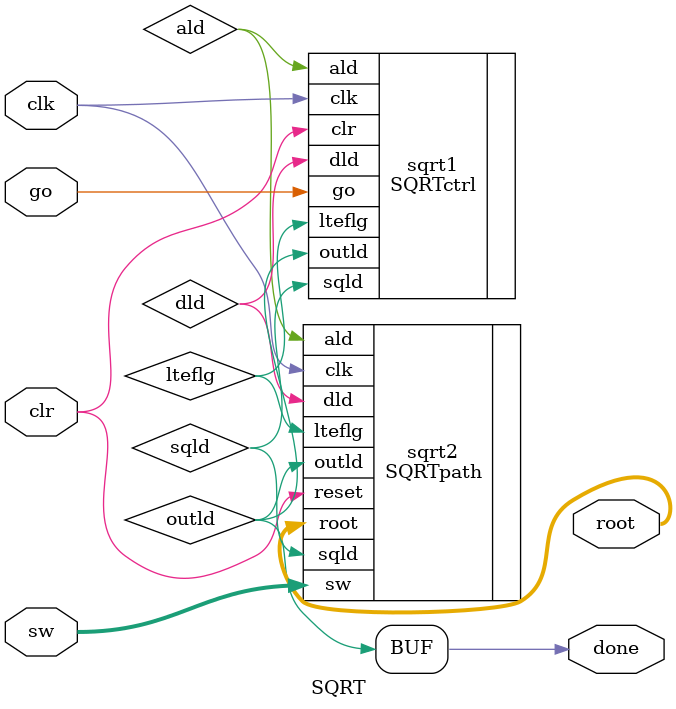
<source format=v>
module SQRT (
input wire clk ,
input wire clr ,
input wire go ,
input wire [15:0] sw ,
output wire done ,
output wire [9:0] root
);
wire lteflg, ald, sqld, dld, outld;
assign done = outld;
SQRTctrl sqrt1 (.clk(clk),
 .clr(clr),
 .lteflg(lteflg),
 .go(go),
 .ald(ald),
 .sqld(sqld),
 .dld(dld),
 .outld(outld)
);
SQRTpath sqrt2 (.clk(clk),
 .reset(clr),
 .ald(ald),
 .sqld(sqld),
 .dld(dld),
 .outld(outld),
 .sw(sw),
 .lteflg(lteflg),
 .root(root)
);
endmodule 
</source>
